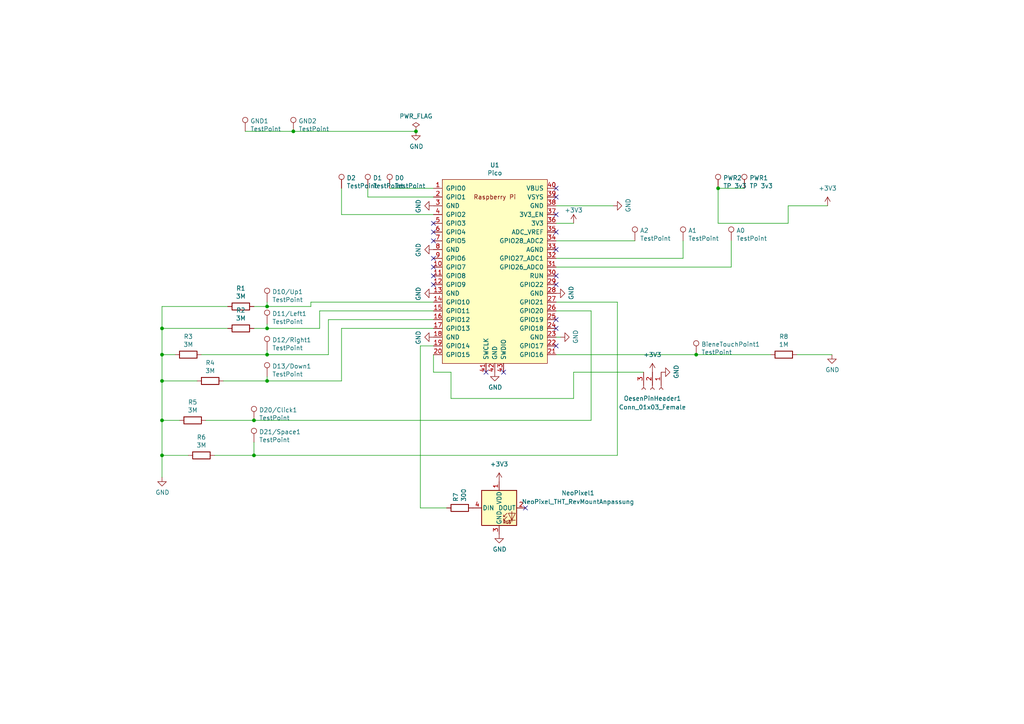
<source format=kicad_sch>
(kicad_sch (version 20211123) (generator eeschema)
  (paper "A4")
  (lib_symbols
    (symbol "Connector:Conn_01x03_Female" (pin_names (offset 1.016) hide)
      (property "Reference" "J" (at 0 5.08 0))
      (property "Value" "Conn_01x03_Female" (at 0 -5.08 0))
      (symbol "Conn_01x03_Female_1_1"
        (arc (start 0 -2.032) (mid -0.508 -2.54) (end 0 -3.048) (stroke (width 0.1524)))
        (polyline (pts (xy -1.27 -2.54) (xy -0.508 -2.54)) (stroke (width 0.1524)))
        (polyline (pts (xy -1.27 0) (xy -0.508 0)) (stroke (width 0.1524)))
        (polyline (pts (xy -1.27 2.54) (xy -0.508 2.54)) (stroke (width 0.1524)))
        (arc (start 0 0.508) (mid -0.508 0) (end 0 -0.508) (stroke (width 0.1524)))
        (arc (start 0 3.048) (mid -0.508 2.54) (end 0 2.032) (stroke (width 0.1524)))
        (pin passive line (at -5.08 2.54 0) (length 3.81) (name "Pin_1") (number "1"))
        (pin passive line (at -5.08 0 0) (length 3.81) (name "Pin_2") (number "2"))
        (pin passive line (at -5.08 -2.54 0) (length 3.81) (name "Pin_3") (number "3"))
      )
    )
    (symbol "Connector:TestPoint" (pin_numbers hide) (pin_names (offset 0.762) hide)
      (property "Reference" "TP" (at 0 6.858 0))
      (property "Value" "TestPoint" (at 0 5.08 0))
      (symbol "TestPoint_0_1"
        (circle (center 0 3.302) (radius 0.762))
      )
      (symbol "TestPoint_1_1"
        (pin passive line (at 0 0 90) (length 2.54) (name "1") (number "1"))
      )
    )
    (symbol "Device:R" (pin_numbers hide) (pin_names (offset 0))
      (property "Reference" "R" (at 2.032 0 90))
      (property "Value" "R" (at 0 0 90))
      (symbol "R_0_1"
        (rectangle (start -1.016 -2.54) (end 1.016 2.54) (stroke (width 0.254)))
      )
      (symbol "R_1_1"
        (pin passive line (at 0 3.81 270) (length 1.27) (name "~") (number "1"))
        (pin passive line (at 0 -3.81 90) (length 1.27) (name "~") (number "2"))
      )
    )
    (symbol "Frisbee_Library:NeoPixel_THT_RevMountAnpassung" (pin_names (offset 0.254))
      (property "Reference" "D?" (at 12.7 4.3307 0))
      (property "Value" "NeoPixel_THT_RevMountAnpassung" (at 17.78 -7.62 0))
      (symbol "NeoPixel_THT_RevMountAnpassung_0_0"
        (text "RGB" (at 2.286 -4.191 0) (effects (font (size 0.762 0.762))))
      )
      (symbol "NeoPixel_THT_RevMountAnpassung_0_1"
        (polyline (pts (xy 1.27 -3.556) (xy 1.778 -3.556)))
        (polyline (pts (xy 1.27 -2.54) (xy 1.778 -2.54)))
        (polyline (pts (xy 4.699 -3.556) (xy 2.667 -3.556)))
        (polyline (pts (xy 2.286 -2.54) (xy 1.27 -3.556) (xy 1.27 -3.048)))
        (polyline (pts (xy 2.286 -1.524) (xy 1.27 -2.54) (xy 1.27 -2.032)))
        (polyline (pts (xy 3.683 -1.016) (xy 3.683 -3.556) (xy 3.683 -4.064)))
        (polyline (pts (xy 4.699 -1.524) (xy 2.667 -1.524) (xy 3.683 -3.556) (xy 4.699 -1.524)))
        (rectangle (start 5.08 5.08) (end -5.08 -5.08) (stroke (width 0.254)) (fill (type background)))
      )
      (symbol "NeoPixel_THT_RevMountAnpassung_1_1"
        (pin power_in line (at 0 7.62 270) (length 2.54) (name "VDD") (number "1"))
        (pin output line (at 7.62 0 180) (length 2.54) (name "DOUT") (number "2"))
        (pin power_in line (at 0 -7.62 90) (length 2.54) (name "GND") (number "3"))
        (pin input line (at -7.62 0 0) (length 2.54) (name "DIN") (number "4"))
      )
    )
    (symbol "MCU_RaspberryPi_and_Boards:Pico" (pin_names (offset 1.016))
      (property "Reference" "U" (at -13.97 27.94 0))
      (property "Value" "Pico" (at 0 19.05 0))
      (symbol "Pico_0_0"
        (text "Raspberry Pi" (at 0 21.59 0) (effects (font (size 1.27 1.27))))
      )
      (symbol "Pico_0_1"
        (rectangle (start -15.24 26.67) (end 15.24 -26.67) (fill (type background)))
      )
      (symbol "Pico_1_1"
        (pin bidirectional line (at -17.78 24.13 0) (length 2.54) (name "GPIO0") (number "1"))
        (pin bidirectional line (at -17.78 1.27 0) (length 2.54) (name "GPIO7") (number "10"))
        (pin bidirectional line (at -17.78 -1.27 0) (length 2.54) (name "GPIO8") (number "11"))
        (pin bidirectional line (at -17.78 -3.81 0) (length 2.54) (name "GPIO9") (number "12"))
        (pin power_in line (at -17.78 -6.35 0) (length 2.54) (name "GND") (number "13"))
        (pin bidirectional line (at -17.78 -8.89 0) (length 2.54) (name "GPIO10") (number "14"))
        (pin bidirectional line (at -17.78 -11.43 0) (length 2.54) (name "GPIO11") (number "15"))
        (pin bidirectional line (at -17.78 -13.97 0) (length 2.54) (name "GPIO12") (number "16"))
        (pin bidirectional line (at -17.78 -16.51 0) (length 2.54) (name "GPIO13") (number "17"))
        (pin power_in line (at -17.78 -19.05 0) (length 2.54) (name "GND") (number "18"))
        (pin bidirectional line (at -17.78 -21.59 0) (length 2.54) (name "GPIO14") (number "19"))
        (pin bidirectional line (at -17.78 21.59 0) (length 2.54) (name "GPIO1") (number "2"))
        (pin bidirectional line (at -17.78 -24.13 0) (length 2.54) (name "GPIO15") (number "20"))
        (pin bidirectional line (at 17.78 -24.13 180) (length 2.54) (name "GPIO16") (number "21"))
        (pin bidirectional line (at 17.78 -21.59 180) (length 2.54) (name "GPIO17") (number "22"))
        (pin power_in line (at 17.78 -19.05 180) (length 2.54) (name "GND") (number "23"))
        (pin bidirectional line (at 17.78 -16.51 180) (length 2.54) (name "GPIO18") (number "24"))
        (pin bidirectional line (at 17.78 -13.97 180) (length 2.54) (name "GPIO19") (number "25"))
        (pin bidirectional line (at 17.78 -11.43 180) (length 2.54) (name "GPIO20") (number "26"))
        (pin bidirectional line (at 17.78 -8.89 180) (length 2.54) (name "GPIO21") (number "27"))
        (pin power_in line (at 17.78 -6.35 180) (length 2.54) (name "GND") (number "28"))
        (pin bidirectional line (at 17.78 -3.81 180) (length 2.54) (name "GPIO22") (number "29"))
        (pin power_in line (at -17.78 19.05 0) (length 2.54) (name "GND") (number "3"))
        (pin input line (at 17.78 -1.27 180) (length 2.54) (name "RUN") (number "30"))
        (pin bidirectional line (at 17.78 1.27 180) (length 2.54) (name "GPIO26_ADC0") (number "31"))
        (pin bidirectional line (at 17.78 3.81 180) (length 2.54) (name "GPIO27_ADC1") (number "32"))
        (pin power_in line (at 17.78 6.35 180) (length 2.54) (name "AGND") (number "33"))
        (pin bidirectional line (at 17.78 8.89 180) (length 2.54) (name "GPIO28_ADC2") (number "34"))
        (pin unspecified line (at 17.78 11.43 180) (length 2.54) (name "ADC_VREF") (number "35"))
        (pin power_out line (at 17.78 13.97 180) (length 2.54) (name "3V3") (number "36"))
        (pin input line (at 17.78 16.51 180) (length 2.54) (name "3V3_EN") (number "37"))
        (pin power_in line (at 17.78 19.05 180) (length 2.54) (name "GND") (number "38"))
        (pin unspecified line (at 17.78 21.59 180) (length 2.54) (name "VSYS") (number "39"))
        (pin bidirectional line (at -17.78 16.51 0) (length 2.54) (name "GPIO2") (number "4"))
        (pin power_out line (at 17.78 24.13 180) (length 2.54) (name "VBUS") (number "40"))
        (pin input line (at -2.54 -29.21 90) (length 2.54) (name "SWCLK") (number "41"))
        (pin power_in line (at 0 -29.21 90) (length 2.54) (name "GND") (number "42"))
        (pin bidirectional line (at 2.54 -29.21 90) (length 2.54) (name "SWDIO") (number "43"))
        (pin bidirectional line (at -17.78 13.97 0) (length 2.54) (name "GPIO3") (number "5"))
        (pin bidirectional line (at -17.78 11.43 0) (length 2.54) (name "GPIO4") (number "6"))
        (pin bidirectional line (at -17.78 8.89 0) (length 2.54) (name "GPIO5") (number "7"))
        (pin power_in line (at -17.78 6.35 0) (length 2.54) (name "GND") (number "8"))
        (pin bidirectional line (at -17.78 3.81 0) (length 2.54) (name "GPIO6") (number "9"))
      )
    )
    (symbol "power:+3.3V" (power) (pin_names (offset 0))
      (property "Value" "+3.3V" (at 0 3.556 0))
      (symbol "+3.3V_0_1"
        (polyline (pts (xy -0.762 1.27) (xy 0 2.54)))
        (polyline (pts (xy 0 0) (xy 0 2.54)))
        (polyline (pts (xy 0 2.54) (xy 0.762 1.27)))
      )
      (symbol "+3.3V_1_1"
        (pin power_in line (at 0 0 90) (length 0) hide (name "+3V3") (number "1"))
      )
    )
    (symbol "power:GND" (power) (pin_names (offset 0))
      (property "Value" "GND" (at 0 -3.81 0))
      (symbol "GND_0_1"
        (polyline (pts (xy 0 0) (xy 0 -1.27) (xy 1.27 -1.27) (xy 0 -2.54) (xy -1.27 -1.27) (xy 0 -1.27)))
      )
      (symbol "GND_1_1"
        (pin power_in line (at 0 0 270) (length 0) hide (name "GND") (number "1"))
      )
    )
    (symbol "power:PWR_FLAG" (power) (pin_numbers hide) (pin_names (offset 0) hide)
      (property "Value" "PWR_FLAG" (at 0 3.81 0))
      (symbol "PWR_FLAG_0_0"
        (pin power_out line (at 0 0 90) (length 0) (name "pwr") (number "1"))
      )
      (symbol "PWR_FLAG_0_1"
        (polyline (pts (xy 0 0) (xy 0 1.27) (xy -1.016 1.905) (xy 0 2.54) (xy 1.016 1.905) (xy 0 1.27)))
      )
    )
  )
  (junction (at 208.28 54.61))
  (junction (at 201.93 102.87))
  (junction (at 73.66 132.08))
  (junction (at 46.99 121.92))
  (junction (at 46.99 95.25))
  (junction (at 85.09 38.1))
  (junction (at 77.47 88.9))
  (junction (at 46.99 110.49))
  (junction (at 46.99 102.87))
  (junction (at 77.47 110.49))
  (junction (at 77.47 95.25))
  (junction (at 73.66 121.92))
  (junction (at 120.65 38.1))
  (junction (at 77.47 102.87))
  (junction (at 46.99 132.08))
  (no_connect (at 161.29 72.39))
  (no_connect (at 161.29 92.71))
  (no_connect (at 161.29 82.55))
  (no_connect (at 125.73 82.55))
  (no_connect (at 152.4 147.32))
  (no_connect (at 146.05 107.95))
  (no_connect (at 140.97 107.95))
  (no_connect (at 125.73 80.01))
  (no_connect (at 161.29 80.01))
  (no_connect (at 125.73 64.77))
  (no_connect (at 125.73 67.31))
  (no_connect (at 125.73 69.85))
  (no_connect (at 125.73 74.93))
  (no_connect (at 125.73 77.47))
  (no_connect (at 161.29 100.33))
  (no_connect (at 161.29 67.31))
  (no_connect (at 161.29 95.25))
  (no_connect (at 161.29 62.23))
  (no_connect (at 161.29 54.61))
  (no_connect (at 161.29 57.15))
  (wire (pts (xy 73.66 121.92) (xy 59.69 121.92)))
  (wire (pts (xy 179.07 87.63) (xy 179.07 132.08)))
  (wire (pts (xy 64.77 110.49) (xy 77.47 110.49)))
  (wire (pts (xy 161.29 90.17) (xy 171.45 90.17)))
  (wire (pts (xy 125.73 95.25) (xy 99.06 95.25)))
  (wire (pts (xy 73.66 121.92) (xy 171.45 121.92)))
  (wire (pts (xy 46.99 132.08) (xy 46.99 138.43)))
  (wire (pts (xy 46.99 95.25) (xy 66.04 95.25)))
  (wire (pts (xy 77.47 110.49) (xy 77.47 109.22)))
  (wire (pts (xy 73.66 132.08) (xy 73.66 128.27)))
  (wire (pts (xy 125.73 62.23) (xy 99.06 62.23)))
  (wire (pts (xy 228.6 59.69) (xy 228.6 64.77)))
  (wire (pts (xy 52.07 121.92) (xy 46.99 121.92)))
  (wire (pts (xy 240.03 59.69) (xy 228.6 59.69)))
  (wire (pts (xy 95.25 102.87) (xy 77.47 102.87)))
  (wire (pts (xy 46.99 121.92) (xy 46.99 132.08)))
  (wire (pts (xy 57.15 110.49) (xy 46.99 110.49)))
  (wire (pts (xy 77.47 88.9) (xy 73.66 88.9)))
  (wire (pts (xy 161.29 59.69) (xy 177.8 59.69)))
  (wire (pts (xy 166.37 107.95) (xy 186.69 107.95)))
  (wire (pts (xy 95.25 92.71) (xy 95.25 102.87)))
  (wire (pts (xy 161.29 77.47) (xy 212.09 77.47)))
  (wire (pts (xy 208.28 64.77) (xy 228.6 64.77)))
  (wire (pts (xy 66.04 88.9) (xy 46.99 88.9)))
  (wire (pts (xy 208.28 54.61) (xy 208.28 64.77)))
  (wire (pts (xy 46.99 102.87) (xy 50.8 102.87)))
  (wire (pts (xy 161.29 87.63) (xy 179.07 87.63)))
  (wire (pts (xy 99.06 110.49) (xy 77.47 110.49)))
  (wire (pts (xy 90.17 87.63) (xy 125.73 87.63)))
  (wire (pts (xy 99.06 95.25) (xy 99.06 110.49)))
  (wire (pts (xy 161.29 102.87) (xy 201.93 102.87)))
  (wire (pts (xy 62.23 132.08) (xy 73.66 132.08)))
  (wire (pts (xy 208.28 54.61) (xy 215.9 54.61)))
  (wire (pts (xy 77.47 102.87) (xy 77.47 101.6)))
  (wire (pts (xy 54.61 132.08) (xy 46.99 132.08)))
  (wire (pts (xy 125.73 102.87) (xy 125.73 107.95)))
  (wire (pts (xy 171.45 90.17) (xy 171.45 121.92)))
  (wire (pts (xy 198.12 74.93) (xy 198.12 69.85)))
  (wire (pts (xy 73.66 132.08) (xy 179.07 132.08)))
  (wire (pts (xy 46.99 88.9) (xy 46.99 95.25)))
  (wire (pts (xy 77.47 88.9) (xy 77.47 87.63)))
  (wire (pts (xy 77.47 95.25) (xy 73.66 95.25)))
  (wire (pts (xy 121.92 100.33) (xy 125.73 100.33)))
  (wire (pts (xy 85.09 38.1) (xy 120.65 38.1)))
  (wire (pts (xy 125.73 54.61) (xy 113.03 54.61)))
  (wire (pts (xy 85.09 38.1) (xy 71.12 38.1)))
  (wire (pts (xy 161.29 74.93) (xy 198.12 74.93)))
  (wire (pts (xy 130.81 115.57) (xy 166.37 115.57)))
  (wire (pts (xy 77.47 95.25) (xy 77.47 93.98)))
  (wire (pts (xy 161.29 64.77) (xy 166.37 64.77)))
  (wire (pts (xy 166.37 115.57) (xy 166.37 107.95)))
  (wire (pts (xy 130.81 107.95) (xy 130.81 115.57)))
  (wire (pts (xy 125.73 57.15) (xy 106.68 57.15)))
  (wire (pts (xy 77.47 88.9) (xy 90.17 88.9)))
  (wire (pts (xy 46.99 102.87) (xy 46.99 95.25)))
  (wire (pts (xy 125.73 107.95) (xy 130.81 107.95)))
  (wire (pts (xy 77.47 102.87) (xy 58.42 102.87)))
  (wire (pts (xy 99.06 62.23) (xy 99.06 54.61)))
  (wire (pts (xy 46.99 102.87) (xy 46.99 110.49)))
  (wire (pts (xy 161.29 97.79) (xy 162.56 97.79)))
  (wire (pts (xy 161.29 69.85) (xy 184.15 69.85)))
  (wire (pts (xy 212.09 77.47) (xy 212.09 69.85)))
  (wire (pts (xy 46.99 110.49) (xy 46.99 121.92)))
  (wire (pts (xy 90.17 88.9) (xy 90.17 87.63)))
  (wire (pts (xy 201.93 102.87) (xy 223.52 102.87)))
  (wire (pts (xy 92.71 90.17) (xy 92.71 95.25)))
  (wire (pts (xy 92.71 95.25) (xy 77.47 95.25)))
  (wire (pts (xy 121.92 147.32) (xy 129.54 147.32)))
  (wire (pts (xy 106.68 57.15) (xy 106.68 54.61)))
  (wire (pts (xy 231.14 102.87) (xy 241.3 102.87)))
  (wire (pts (xy 121.92 100.33) (xy 121.92 147.32)))
  (wire (pts (xy 125.73 92.71) (xy 95.25 92.71)))
  (wire (pts (xy 125.73 90.17) (xy 92.71 90.17)))
  (symbol (lib_id "MCU_RaspberryPi_and_Boards:Pico") (at 143.51 78.74 0) (unit 1)
    (property "Reference" "U1" (at 143.51 47.879 0))
    (property "Value" "Pico" (at 143.51 50.1904 0))
    (property "Footprint" "Frisbee_v01:RPi_Pico_SMD_TH_meins" (effects hide))
  )
  (symbol (lib_id "Connector:TestPoint") (at 215.9 54.61 0) (unit 1)
    (property "Reference" "PWR1" (at 217.3732 51.6128 0) (effects (justify left)))
    (property "Value" "TP 3v3" (at 217.3732 53.9242 0) (effects (justify left)))
    (property "Footprint" "Frisbee_v01:Edgeconnector_SMD_version" (effects hide))
  )
  (symbol (lib_id "Device:R") (at 69.85 88.9 270) (unit 1)
    (property "Reference" "R1" (at 69.85 83.6422 90))
    (property "Value" "3M" (at 69.85 85.9536 90))
    (property "Footprint" "Resistor_SMD:R_1206_3216Metric" (effects hide))
  )
  (symbol (lib_id "Connector:TestPoint") (at 85.09 38.1 0) (unit 1)
    (property "Reference" "GND2" (at 86.5632 35.1028 0) (effects (justify left)))
    (property "Value" "TestPoint" (at 86.5632 37.4142 0) (effects (justify left)))
    (property "Footprint" "Frisbee_v01:Edgeconnector_SMD_version" (effects hide))
  )
  (symbol (lib_id "Connector:TestPoint") (at 71.12 38.1 0) (unit 1)
    (property "Reference" "GND1" (at 72.5932 35.1028 0) (effects (justify left)))
    (property "Value" "TestPoint" (at 72.5932 37.4142 0) (effects (justify left)))
    (property "Footprint" "Frisbee_v01:Edgeconnector_SMD_version" (effects hide))
  )
  (symbol (lib_id "Connector:TestPoint") (at 113.03 54.61 0) (unit 1)
    (property "Reference" "D0" (at 114.5032 51.6128 0) (effects (justify left)))
    (property "Value" "TestPoint" (at 114.5032 53.9242 0) (effects (justify left)))
    (property "Footprint" "Frisbee_v01:Edgeconnector_SMD_version" (effects hide))
  )
  (symbol (lib_id "Connector:TestPoint") (at 106.68 54.61 0) (unit 1)
    (property "Reference" "D1" (at 108.1532 51.6128 0) (effects (justify left)))
    (property "Value" "TestPoint" (at 108.1532 53.9242 0) (effects (justify left)))
    (property "Footprint" "Frisbee_v01:Edgeconnector_SMD_version" (effects hide))
  )
  (symbol (lib_id "Connector:TestPoint") (at 99.06 54.61 0) (unit 1)
    (property "Reference" "D2" (at 100.5332 51.6128 0) (effects (justify left)))
    (property "Value" "TestPoint" (at 100.5332 53.9242 0) (effects (justify left)))
    (property "Footprint" "Frisbee_v01:Edgeconnector_SMD_version" (effects hide))
  )
  (symbol (lib_id "Connector:TestPoint") (at 77.47 87.63 0) (unit 1)
    (property "Reference" "D10/Up1" (at 78.9432 84.6328 0) (effects (justify left)))
    (property "Value" "TestPoint" (at 78.9432 86.9442 0) (effects (justify left)))
    (property "Footprint" "Frisbee_v01:KrokoConnector" (effects hide))
  )
  (symbol (lib_id "Connector:TestPoint") (at 77.47 101.6 0) (unit 1)
    (property "Reference" "D12/Right1" (at 78.9432 98.6028 0) (effects (justify left)))
    (property "Value" "TestPoint" (at 78.9432 100.9142 0) (effects (justify left)))
    (property "Footprint" "Frisbee_v01:KrokoConnector" (effects hide))
  )
  (symbol (lib_id "Connector:TestPoint") (at 77.47 109.22 0) (unit 1)
    (property "Reference" "D13/Down1" (at 78.9432 106.2228 0) (effects (justify left)))
    (property "Value" "TestPoint" (at 78.9432 108.5342 0) (effects (justify left)))
    (property "Footprint" "Frisbee_v01:KrokoConnector" (effects hide))
  )
  (symbol (lib_id "Connector:TestPoint") (at 77.47 93.98 0) (unit 1)
    (property "Reference" "D11/Left1" (at 78.9432 90.9828 0) (effects (justify left)))
    (property "Value" "TestPoint" (at 78.9432 93.2942 0) (effects (justify left)))
    (property "Footprint" "Frisbee_v01:KrokoConnector" (effects hide))
  )
  (symbol (lib_id "Connector:TestPoint") (at 73.66 121.92 0) (unit 1)
    (property "Reference" "D20/Click1" (at 75.1332 118.9228 0) (effects (justify left)))
    (property "Value" "TestPoint" (at 75.1332 121.2342 0) (effects (justify left)))
    (property "Footprint" "Frisbee_v01:KrokoConnector" (effects hide))
  )
  (symbol (lib_id "Connector:TestPoint") (at 73.66 128.27 0) (unit 1)
    (property "Reference" "D21/Space1" (at 75.1332 125.2728 0) (effects (justify left)))
    (property "Value" "TestPoint" (at 75.1332 127.5842 0) (effects (justify left)))
    (property "Footprint" "Frisbee_v01:KrokoConnector" (effects hide))
  )
  (symbol (lib_id "power:GND") (at 120.65 38.1 0) (unit 1)
    (property "Reference" "#PWR0102" (effects hide))
    (property "Value" "GND" (at 120.777 42.4942 0))
  )
  (symbol (lib_id "power:GND") (at 177.8 59.69 90) (unit 1)
    (property "Reference" "#PWR0103" (effects hide))
    (property "Value" "GND" (at 182.1942 59.563 0))
  )
  (symbol (lib_id "power:GND") (at 125.73 59.69 270) (unit 1)
    (property "Reference" "#PWR0104" (effects hide))
    (property "Value" "GND" (at 121.3358 59.817 0))
  )
  (symbol (lib_id "Connector:TestPoint") (at 184.15 69.85 0) (unit 1)
    (property "Reference" "A2" (at 185.6232 66.8528 0) (effects (justify left)))
    (property "Value" "TestPoint" (at 185.6232 69.1642 0) (effects (justify left)))
    (property "Footprint" "Frisbee_v01:Edgeconnector_SMD_version" (effects hide))
  )
  (symbol (lib_id "Connector:TestPoint") (at 198.12 69.85 0) (unit 1)
    (property "Reference" "A1" (at 199.5932 66.8528 0) (effects (justify left)))
    (property "Value" "TestPoint" (at 199.5932 69.1642 0) (effects (justify left)))
    (property "Footprint" "Frisbee_v01:Edgeconnector_SMD_version" (effects hide))
  )
  (symbol (lib_id "Connector:TestPoint") (at 212.09 69.85 0) (unit 1)
    (property "Reference" "A0" (at 213.5632 66.8528 0) (effects (justify left)))
    (property "Value" "TestPoint" (at 213.5632 69.1642 0) (effects (justify left)))
    (property "Footprint" "Frisbee_v01:Edgeconnector_SMD_version" (effects hide))
  )
  (symbol (lib_id "power:GND") (at 125.73 72.39 270) (unit 1)
    (property "Reference" "#PWR0106" (effects hide))
    (property "Value" "GND" (at 121.3358 72.517 0))
  )
  (symbol (lib_id "power:GND") (at 162.56 97.79 90) (unit 1)
    (property "Reference" "#PWR0109" (effects hide))
    (property "Value" "GND" (at 166.9542 97.663 0))
  )
  (symbol (lib_id "power:GND") (at 144.78 154.94 0) (unit 1)
    (property "Reference" "#PWR0110" (effects hide))
    (property "Value" "GND" (at 144.907 159.3342 0))
  )
  (symbol (lib_id "power:PWR_FLAG") (at 120.65 38.1 0) (unit 1)
    (property "Reference" "#FLG0101" (effects hide))
    (property "Value" "PWR_FLAG" (at 120.65 33.7058 0))
  )
  (symbol (lib_id "Device:R") (at 69.85 95.25 270) (unit 1)
    (property "Reference" "R2" (at 69.85 89.9922 90))
    (property "Value" "3M" (at 69.85 92.3036 90))
    (property "Footprint" "Resistor_SMD:R_1206_3216Metric" (effects hide))
  )
  (symbol (lib_id "Device:R") (at 54.61 102.87 270) (unit 1)
    (property "Reference" "R3" (at 54.61 97.6122 90))
    (property "Value" "3M" (at 54.61 99.9236 90))
    (property "Footprint" "Resistor_SMD:R_1206_3216Metric" (effects hide))
  )
  (symbol (lib_id "Device:R") (at 60.96 110.49 270) (unit 1)
    (property "Reference" "R4" (at 60.96 105.2322 90))
    (property "Value" "3M" (at 60.96 107.5436 90))
    (property "Footprint" "Resistor_SMD:R_1206_3216Metric" (effects hide))
  )
  (symbol (lib_id "Device:R") (at 58.42 132.08 270) (unit 1)
    (property "Reference" "R6" (at 58.42 126.8222 90))
    (property "Value" "3M" (at 58.42 129.1336 90))
    (property "Footprint" "Resistor_SMD:R_1206_3216Metric" (effects hide))
  )
  (symbol (lib_id "Device:R") (at 55.88 121.92 270) (unit 1)
    (property "Reference" "R5" (at 55.88 116.6622 90))
    (property "Value" "3M" (at 55.88 118.9736 90))
    (property "Footprint" "Resistor_SMD:R_1206_3216Metric" (effects hide))
  )
  (symbol (lib_id "Device:R") (at 133.35 147.32 90) (unit 1)
    (property "Reference" "R7" (at 132.1816 145.542 0) (effects (justify left)))
    (property "Value" "300" (at 134.493 145.542 0) (effects (justify left)))
    (property "Footprint" "Resistor_SMD:R_1206_3216Metric" (effects hide))
  )
  (symbol (lib_id "power:GND") (at 143.51 107.95 0) (unit 1)
    (property "Reference" "#PWR0111" (effects hide))
    (property "Value" "GND" (at 143.637 112.3442 0))
  )
  (symbol (lib_id "power:GND") (at 125.73 85.09 270) (unit 1)
    (property "Reference" "#PWR0101" (effects hide))
    (property "Value" "GND" (at 121.3358 85.217 0))
  )
  (symbol (lib_id "power:GND") (at 46.99 138.43 0) (unit 1)
    (property "Reference" "#PWR0107" (effects hide))
    (property "Value" "GND" (at 47.117 142.8242 0))
  )
  (symbol (lib_id "Connector:TestPoint") (at 201.93 102.87 0) (unit 1)
    (property "Reference" "BieneTouchPoint1" (at 203.4032 99.8728 0) (effects (justify left)))
    (property "Value" "TestPoint" (at 203.4032 102.1842 0) (effects (justify left)))
    (property "Footprint" "Frisbee_v01:testbiene" (effects hide))
  )
  (symbol (lib_id "power:+3.3V") (at 166.37 64.77 0) (unit 1)
    (property "Reference" "#PWR0117" (effects hide))
    (property "Value" "+3.3V" (at 166.37 60.96 0))
  )
  (symbol (lib_id "Frisbee_Library:NeoPixel_THT_RevMountAnpassung") (at 144.78 147.32 0) (unit 1)
    (property "Reference" "NeoPixel1" (at 167.64 142.9893 0))
    (property "Value" "NeoPixel_THT_RevMountAnpassung" (at 167.64 145.5293 0))
    (property "Footprint" "Frisbee_v01:NeoPixelReverseMountAnpassung" (effects hide))
    (property "Datasheet" "https://www.adafruit.com/product/1938" (effects hide))
  )
  (symbol (lib_id "Device:R") (at 227.33 102.87 270) (unit 1)
    (property "Reference" "R8" (at 227.33 97.6122 90))
    (property "Value" "1M" (at 227.33 99.9236 90))
    (property "Footprint" "Resistor_SMD:R_1206_3216Metric" (effects hide))
  )
  (symbol (lib_id "power:GND") (at 161.29 85.09 90) (unit 1)
    (property "Reference" "#PWR0105" (effects hide))
    (property "Value" "GND" (at 165.6842 84.963 0))
  )
  (symbol (lib_id "power:+3.3V") (at 240.03 59.69 0) (unit 1)
    (property "Reference" "#PWR0115" (effects hide))
    (property "Value" "+3.3V" (at 240.03 54.61 0))
  )
  (symbol (lib_id "power:+3.3V") (at 189.23 107.95 0) (unit 1)
    (property "Reference" "#PWR0114" (effects hide))
    (property "Value" "+3.3V" (at 189.23 102.87 0))
  )
  (symbol (lib_id "power:GND") (at 125.73 97.79 270) (unit 1)
    (property "Reference" "#PWR0116" (effects hide))
    (property "Value" "GND" (at 121.3358 97.917 0))
  )
  (symbol (lib_id "power:+3.3V") (at 144.78 139.7 0) (unit 1)
    (property "Reference" "#PWR0113" (effects hide))
    (property "Value" "+3.3V" (at 144.78 134.62 0))
  )
  (symbol (lib_id "Connector:Conn_01x03_Female") (at 189.23 113.03 270) (unit 1)
    (property "Reference" "OesenPinHeader1" (at 189.23 115.57 90))
    (property "Value" "Conn_01x03_Female" (at 189.23 118.11 90))
    (property "Footprint" "Connector_PinHeader_2.54mm:PinHeader_1x03_P2.54mm_Vertical" (effects hide))
  )
  (symbol (lib_id "power:GND") (at 191.77 107.95 90) (unit 1)
    (property "Reference" "#PWR0108" (effects hide))
    (property "Value" "GND" (at 196.1642 107.823 0))
  )
  (symbol (lib_id "Connector:TestPoint") (at 208.28 54.61 0) (unit 1)
    (property "Reference" "PWR2" (at 209.7532 51.6128 0) (effects (justify left)))
    (property "Value" "TP 3v3" (at 209.7532 53.9242 0) (effects (justify left)))
    (property "Footprint" "Frisbee_v01:Edgeconnector_SMD_version" (effects hide))
  )
  (symbol (lib_id "power:GND") (at 241.3 102.87 0) (unit 1)
    (property "Reference" "#PWR0112" (effects hide))
    (property "Value" "GND" (at 241.427 107.2642 0))
  )
)
</source>
